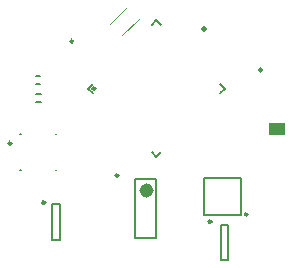
<source format=gto>
%FSLAX24Y24*%
%MOIN*%
G70*
G01*
G75*
G04 Layer_Color=65535*
G04:AMPARAMS|DCode=10|XSize=23.6mil|YSize=43.3mil|CornerRadius=0mil|HoleSize=0mil|Usage=FLASHONLY|Rotation=225.000|XOffset=0mil|YOffset=0mil|HoleType=Round|Shape=Rectangle|*
%AMROTATEDRECTD10*
4,1,4,-0.0070,0.0237,0.0237,-0.0070,0.0070,-0.0237,-0.0237,0.0070,-0.0070,0.0237,0.0*
%
%ADD10ROTATEDRECTD10*%

G04:AMPARAMS|DCode=11|XSize=55.1mil|YSize=45.3mil|CornerRadius=0mil|HoleSize=0mil|Usage=FLASHONLY|Rotation=135.000|XOffset=0mil|YOffset=0mil|HoleType=Round|Shape=Rectangle|*
%AMROTATEDRECTD11*
4,1,4,0.0355,-0.0035,0.0035,-0.0355,-0.0355,0.0035,-0.0035,0.0355,0.0355,-0.0035,0.0*
%
%ADD11ROTATEDRECTD11*%

%ADD12R,0.0236X0.0197*%
%ADD13R,0.0197X0.0236*%
%ADD14R,0.0276X0.0354*%
G04:AMPARAMS|DCode=15|XSize=19.7mil|YSize=23.6mil|CornerRadius=0mil|HoleSize=0mil|Usage=FLASHONLY|Rotation=315.000|XOffset=0mil|YOffset=0mil|HoleType=Round|Shape=Rectangle|*
%AMROTATEDRECTD15*
4,1,4,-0.0153,-0.0014,0.0014,0.0153,0.0153,0.0014,-0.0014,-0.0153,-0.0153,-0.0014,0.0*
%
%ADD15ROTATEDRECTD15*%

G04:AMPARAMS|DCode=16|XSize=22mil|YSize=25.5mil|CornerRadius=0mil|HoleSize=0mil|Usage=FLASHONLY|Rotation=225.000|XOffset=0mil|YOffset=0mil|HoleType=Round|Shape=Rectangle|*
%AMROTATEDRECTD16*
4,1,4,-0.0012,0.0168,0.0168,-0.0012,0.0012,-0.0168,-0.0168,0.0012,-0.0012,0.0168,0.0*
%
%ADD16ROTATEDRECTD16*%

G04:AMPARAMS|DCode=17|XSize=19.7mil|YSize=23.6mil|CornerRadius=0mil|HoleSize=0mil|Usage=FLASHONLY|Rotation=45.000|XOffset=0mil|YOffset=0mil|HoleType=Round|Shape=Rectangle|*
%AMROTATEDRECTD17*
4,1,4,0.0014,-0.0153,-0.0153,0.0014,-0.0014,0.0153,0.0153,-0.0014,0.0014,-0.0153,0.0*
%
%ADD17ROTATEDRECTD17*%

G04:AMPARAMS|DCode=18|XSize=9.8mil|YSize=31.5mil|CornerRadius=0mil|HoleSize=0mil|Usage=FLASHONLY|Rotation=135.000|XOffset=0mil|YOffset=0mil|HoleType=Round|Shape=Round|*
%AMOVALD18*
21,1,0.0217,0.0098,0.0000,0.0000,225.0*
1,1,0.0098,0.0077,0.0077*
1,1,0.0098,-0.0077,-0.0077*
%
%ADD18OVALD18*%

G04:AMPARAMS|DCode=19|XSize=9.8mil|YSize=31.5mil|CornerRadius=0mil|HoleSize=0mil|Usage=FLASHONLY|Rotation=45.000|XOffset=0mil|YOffset=0mil|HoleType=Round|Shape=Round|*
%AMOVALD19*
21,1,0.0217,0.0098,0.0000,0.0000,135.0*
1,1,0.0098,0.0077,-0.0077*
1,1,0.0098,-0.0077,0.0077*
%
%ADD19OVALD19*%

G04:AMPARAMS|DCode=20|XSize=185mil|YSize=212.6mil|CornerRadius=0mil|HoleSize=0mil|Usage=FLASHONLY|Rotation=45.000|XOffset=0mil|YOffset=0mil|HoleType=Round|Shape=Rectangle|*
%AMROTATEDRECTD20*
4,1,4,0.0097,-0.1406,-0.1406,0.0097,-0.0097,0.1406,0.1406,-0.0097,0.0097,-0.1406,0.0*
%
%ADD20ROTATEDRECTD20*%

%ADD21R,0.0394X0.0217*%
%ADD22R,0.0315X0.0354*%
%ADD23R,0.0512X0.0217*%
%ADD24R,0.0276X0.0591*%
%ADD25R,0.0394X0.0315*%
%ADD26R,0.0136X0.0201*%
%ADD27R,0.0201X0.0136*%
G04:AMPARAMS|DCode=28|XSize=13.8mil|YSize=39.4mil|CornerRadius=0mil|HoleSize=0mil|Usage=FLASHONLY|Rotation=45.000|XOffset=0mil|YOffset=0mil|HoleType=Round|Shape=Rectangle|*
%AMROTATEDRECTD28*
4,1,4,0.0090,-0.0188,-0.0188,0.0090,-0.0090,0.0188,0.0188,-0.0090,0.0090,-0.0188,0.0*
%
%ADD28ROTATEDRECTD28*%

%ADD29O,0.0256X0.0098*%
%ADD30O,0.0098X0.0256*%
%ADD31R,0.0709X0.0709*%
%ADD32O,0.0866X0.0236*%
%ADD33R,0.1024X0.0591*%
%ADD34R,0.0157X0.0157*%
%ADD35C,0.0120*%
%ADD36C,0.0080*%
%ADD37C,0.0060*%
%ADD38C,0.0100*%
%ADD39C,0.1260*%
%ADD40C,0.0630*%
%ADD41C,0.0160*%
%ADD42C,0.0500*%
%ADD43C,0.0180*%
%ADD44C,0.0320*%
%ADD45C,0.0200*%
%ADD46C,0.0260*%
%ADD47C,0.0220*%
%ADD48R,0.0335X0.0157*%
%ADD49R,0.0157X0.0335*%
G04:AMPARAMS|DCode=50|XSize=35.4mil|YSize=31.5mil|CornerRadius=0mil|HoleSize=0mil|Usage=FLASHONLY|Rotation=135.000|XOffset=0mil|YOffset=0mil|HoleType=Round|Shape=Rectangle|*
%AMROTATEDRECTD50*
4,1,4,0.0237,-0.0014,0.0014,-0.0237,-0.0237,0.0014,-0.0014,0.0237,0.0237,-0.0014,0.0*
%
%ADD50ROTATEDRECTD50*%

%ADD51R,0.0220X0.0255*%
%ADD52O,0.0276X0.0098*%
%ADD53O,0.0098X0.0276*%
%ADD54R,0.0118X0.0193*%
%ADD55R,0.0118X0.0209*%
%ADD56R,0.0591X0.0236*%
G04:AMPARAMS|DCode=57|XSize=31.5mil|YSize=66.9mil|CornerRadius=0mil|HoleSize=0mil|Usage=FLASHONLY|Rotation=225.000|XOffset=0mil|YOffset=0mil|HoleType=Round|Shape=Rectangle|*
%AMROTATEDRECTD57*
4,1,4,-0.0125,0.0348,0.0348,-0.0125,0.0125,-0.0348,-0.0348,0.0125,-0.0125,0.0348,0.0*
%
%ADD57ROTATEDRECTD57*%

%ADD58R,0.0551X0.0630*%
%ADD59R,0.0630X0.0748*%
%ADD60R,0.0532X0.0157*%
G04:AMPARAMS|DCode=61|XSize=15.4mil|YSize=36.2mil|CornerRadius=0mil|HoleSize=0mil|Usage=FLASHONLY|Rotation=45.000|XOffset=0mil|YOffset=0mil|HoleType=Round|Shape=Rectangle|*
%AMROTATEDRECTD61*
4,1,4,0.0074,-0.0182,-0.0182,0.0074,-0.0074,0.0182,0.0182,-0.0074,0.0074,-0.0182,0.0*
%
%ADD61ROTATEDRECTD61*%

%ADD62C,0.0098*%
%ADD63C,0.0236*%
%ADD64C,0.0039*%
%ADD65C,0.0079*%
%ADD66C,0.0050*%
G04:AMPARAMS|DCode=67|XSize=14.8mil|YSize=17.7mil|CornerRadius=0mil|HoleSize=0mil|Usage=FLASHONLY|Rotation=45.000|XOffset=0mil|YOffset=0mil|HoleType=Round|Shape=Rectangle|*
%AMROTATEDRECTD67*
4,1,4,0.0010,-0.0115,-0.0115,0.0010,-0.0010,0.0115,0.0115,-0.0010,0.0010,-0.0115,0.0*
%
%ADD67ROTATEDRECTD67*%

%ADD68R,0.0551X0.0433*%
D38*
X8769Y7767D02*
G03*
X8769Y7767I-49J0D01*
G01*
X2475Y8732D02*
G03*
X2475Y8732I-44J0D01*
G01*
X8277Y2959D02*
G03*
X8277Y2959I-39J0D01*
G01*
D62*
X3211Y7150D02*
G03*
X3211Y7150I-49J0D01*
G01*
X7087Y2709D02*
G03*
X7087Y2709I-49J0D01*
G01*
X1536Y3350D02*
G03*
X1536Y3350I-49J0D01*
G01*
X414Y5325D02*
G03*
X414Y5325I-49J0D01*
G01*
X3984Y4245D02*
G03*
X3984Y4245I-49J0D01*
G01*
D63*
X5037Y3751D02*
G03*
X5037Y3751I-118J0D01*
G01*
D64*
X3707Y9306D02*
X4264Y9863D01*
X4096Y8917D02*
X4653Y9474D01*
D65*
X1221Y7578D02*
X1379D01*
X1221Y7302D02*
X1379D01*
X1231Y6968D02*
X1389D01*
X1231Y6692D02*
X1389D01*
X2967Y7150D02*
X3127Y6990D01*
X2967Y7150D02*
X3127Y7310D01*
X5090Y9273D02*
X5250Y9433D01*
X5410Y9273D01*
X7373Y7310D02*
X7533Y7150D01*
X7373Y6990D02*
X7533Y7150D01*
X5250Y4867D02*
X5410Y5027D01*
X5090D02*
X5250Y4867D01*
X7628Y1419D02*
Y2601D01*
X7392Y1419D02*
Y2601D01*
Y1419D02*
X7628D01*
X7392Y2601D02*
X7628D01*
X2038Y2090D02*
Y3310D01*
X1762Y2090D02*
Y3310D01*
Y2090D02*
X2038D01*
X1762Y3310D02*
X2038D01*
X719Y5621D02*
Y5630D01*
X710Y5621D02*
X719D01*
X1901D02*
X1910Y5621D01*
X1901Y5621D02*
Y5630D01*
Y4439D02*
X1901Y4430D01*
X1901Y4439D02*
X1910Y4439D01*
X710Y4439D02*
X719D01*
X719Y4430D02*
X719Y4439D01*
X4526Y2176D02*
Y4144D01*
X5234Y2176D02*
Y4144D01*
X4526D02*
X5234D01*
X4526Y2176D02*
X5234D01*
D66*
X8080Y2920D02*
Y4180D01*
X6820D02*
X8080D01*
X6820Y2920D02*
Y4180D01*
Y2920D02*
X8080D01*
D67*
X6843Y9143D02*
D03*
D68*
X9265Y5794D02*
D03*
M02*

</source>
